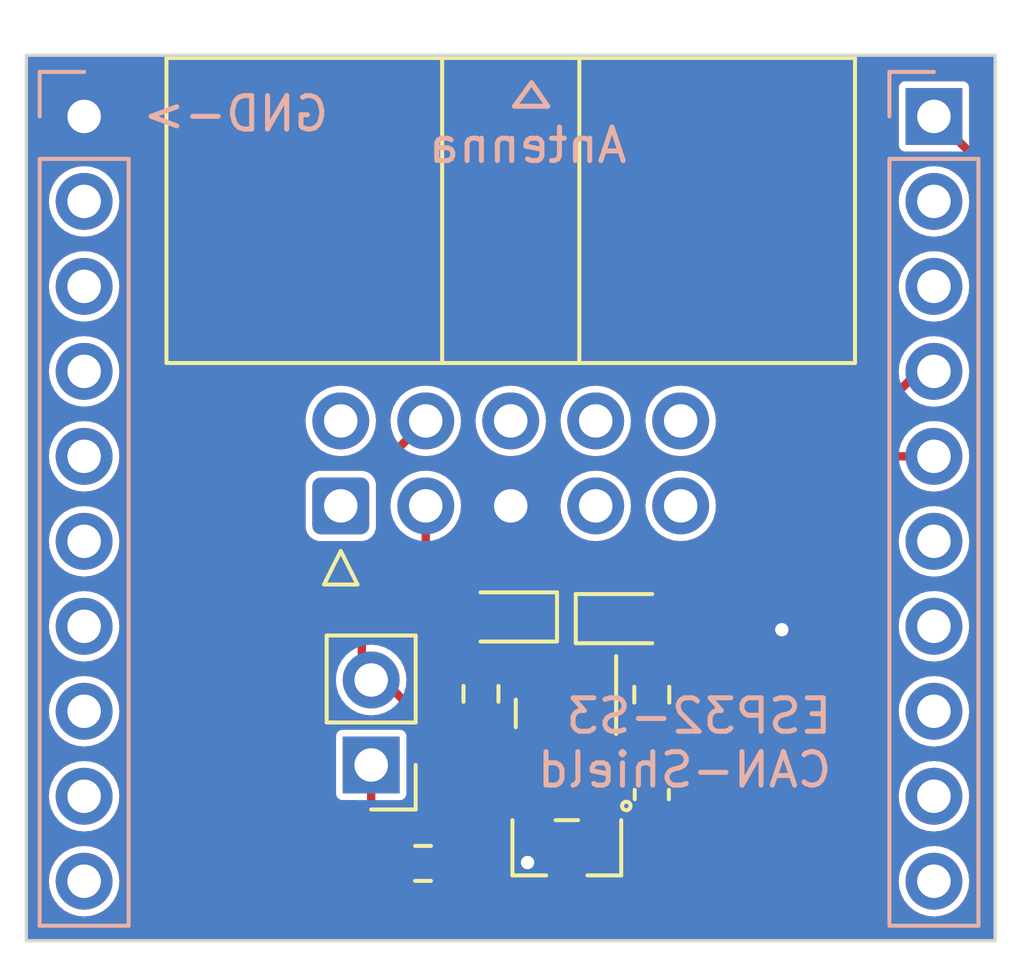
<source format=kicad_pcb>
(kicad_pcb (version 20221018) (generator pcbnew)
  (layers (0 "F.Cu" signal) (31 "B.Cu" signal) (34 "B.Paste" user) (35 "F.Paste" user) (36 "B.SilkS" user "B.Silkscreen") (37 "F.SilkS" user "F.Silkscreen") (38 "B.Mask" user) (39 "F.Mask" user) (44 "Edge.Cuts" user))
  (property "COMMIT_ID" "XXXXXXXX")
  (net 0 "")
  (net 19 "Net-(TXCAN1-A)")
  (net 20 "Net-(RXCAN1-A)")
  (net 21 "GND")
  (net 22 "/CAN_TX")
  (net 23 "/CAN_RX")
  (net 24 "/CAN_L")
  (net 25 "/CAN_H")
  (net 26 "+3.3V")
  (net 34 "Net-(J3-Pin_1)")
  (footprint "LED_SMD:LED_0603_1608Metric" (layer "F.Cu") (at 86.7664 54.5338)
    (fp_text reference "TXCAN1" hide)
    (fp_text value "blue" hide)
    (fp_line (start -1.485 -0.735) (end -1.485 0.735) (stroke (width 0.12)) (layer "F.SilkS"))
    (fp_line (start -1.485 0.735) (end 0.8 0.735) (stroke (width 0.12)) (layer "F.SilkS"))
    (fp_line (start 0.8 -0.735) (end -1.485 -0.735) (stroke (width 0.12)) (layer "F.SilkS"))
    (pad "1" smd roundrect (at -0.7875 0) (size 0.875 0.95) (layers "F.Cu" "F.Paste" "F.Mask") (net 22 "/CAN_TX"))
    (pad "2" smd roundrect (at 0.7875 0) (size 0.875 0.95) (layers "F.Cu" "F.Paste" "F.Mask") (net 19 "Net-(TXCAN1-A)"))
  )
  (footprint "IC:TCAN332GDCNT" (layer "F.Cu") (at 84.9884 57.404 -90)
    (fp_text reference "U1")
    (fp_text value "TCAN332GDCNT" hide)
    (fp_line (start -1.749999 -1.5) (end 0.575 -1.5) (stroke (width 0.12)) (layer "F.SilkS"))
    (fp_line (start -0.449999 1.5) (end 0.375001 1.5) (stroke (width 0.12)) (layer "F.SilkS"))
    (pad "1" smd rect (at -1.375001 -0.974999) (size 0.449999 1.000001) (layers "F.Cu" "F.Paste" "F.Mask") (net 22 "/CAN_TX"))
    (pad "2" smd rect (at -1.375001 -0.324998) (size 0.449999 1.000001) (layers "F.Cu" "F.Paste" "F.Mask") (net 21 "GND"))
    (pad "3" smd rect (at -1.375001 0.325001) (size 0.449999 1.000001) (layers "F.Cu" "F.Paste" "F.Mask") (net 26 "+3.3V"))
    (pad "4" smd rect (at -1.375001 0.975002) (size 0.449999 1.000001) (layers "F.Cu" "F.Paste" "F.Mask") (net 23 "/CAN_RX"))
    (pad "5" smd rect (at 1.374999 0.975002) (size 0.449999 1.000001) (layers "F.Cu" "F.Paste" "F.Mask"))
    (pad "6" smd rect (at 1.374999 0.325001) (size 0.449999 1.000001) (layers "F.Cu" "F.Paste" "F.Mask") (net 24 "/CAN_L"))
    (pad "7" smd rect (at 1.374999 -0.324998) (size 0.449999 1.000001) (layers "F.Cu" "F.Paste" "F.Mask") (net 25 "/CAN_H"))
    (pad "8" smd rect (at 1.374999 -0.974999) (size 0.449999 1.000001) (layers "F.Cu" "F.Paste" "F.Mask"))
  )
  (footprint "Connector_PinHeader_2.54mm:PinHeader_1x02_P2.54mm_Vertical" (layer "F.Cu") (at 79.166598 58.9076 180)
    (fp_text reference "J3" hide)
    (fp_text value "Conn_01x02_Pin" hide)
    (fp_line (start -1.33 -1.33) (end 0 -1.33) (stroke (width 0.12)) (layer "F.SilkS"))
    (fp_line (start -1.33 0) (end -1.33 -1.33) (stroke (width 0.12)) (layer "F.SilkS"))
    (fp_line (start -1.33 1.27) (end -1.33 3.87) (stroke (width 0.12)) (layer "F.SilkS"))
    (fp_line (start -1.33 1.27) (end 1.33 1.27) (stroke (width 0.12)) (layer "F.SilkS"))
    (fp_line (start -1.33 3.87) (end 1.33 3.87) (stroke (width 0.12)) (layer "F.SilkS"))
    (fp_line (start 1.33 1.27) (end 1.33 3.87) (stroke (width 0.12)) (layer "F.SilkS"))
    (pad "1" thru_hole rect (at 0 0 180) (size 1.7 1.7) (drill 1) (layers "*.Cu" "*.Mask") (net 34 "Net-(J3-Pin_1)"))
    (pad "2" thru_hole oval (at 0 2.54 180) (size 1.7 1.7) (drill 1) (layers "*.Cu" "*.Mask") (net 24 "/CAN_L"))
  )
  (footprint "Misc:Fiducial" (layer "F.Cu") (at 92.9386 62.7634)
    (fp_text reference "FID2" hide)
    (fp_text value "Fiducial" hide)
    (pad "" smd circle (at 0 0) (size 0.5 0.5) (layers "F.Cu" "F.Paste" "F.Mask") (clearance 0.5))
  )
  (footprint "Resistor_SMD:R_0603_1608Metric" (layer "F.Cu") (at 87.5538 56.8066 90)
    (fp_text reference "R1" hide)
    (fp_text value "390" hide)
    (fp_line (start -0.237258 -0.5225) (end 0.237258 -0.5225) (stroke (width 0.12)) (layer "F.SilkS"))
    (fp_line (start -0.237258 0.5225) (end 0.237258 0.5225) (stroke (width 0.12)) (layer "F.SilkS"))
    (pad "1" smd roundrect (at -0.825 0 90) (size 0.8 0.95) (layers "F.Cu" "F.Paste" "F.Mask") (net 26 "+3.3V"))
    (pad "2" smd roundrect (at 0.825 0 90) (size 0.8 0.95) (layers "F.Cu" "F.Paste" "F.Mask") (net 19 "Net-(TXCAN1-A)"))
  )
  (footprint "Misc:Fiducial" (layer "F.Cu") (at 73.914 48.4378)
    (fp_text reference "FID1" hide)
    (fp_text value "Fiducial" hide)
    (pad "" smd circle (at 0 0) (size 0.5 0.5) (layers "F.Cu" "F.Paste" "F.Mask") (clearance 0.5))
  )
  (footprint "LED_SMD:LED_0603_1608Metric" (layer "F.Cu") (at 83.2358 54.483 180)
    (fp_text reference "RXCAN1" hide)
    (fp_text value "orange" hide)
    (fp_line (start -1.485 -0.735) (end -1.485 0.735) (stroke (width 0.12)) (layer "F.SilkS"))
    (fp_line (start -1.485 0.735) (end 0.8 0.735) (stroke (width 0.12)) (layer "F.SilkS"))
    (fp_line (start 0.8 -0.735) (end -1.485 -0.735) (stroke (width 0.12)) (layer "F.SilkS"))
    (pad "1" smd roundrect (at -0.7875 0 180) (size 0.875 0.95) (layers "F.Cu" "F.Paste" "F.Mask") (net 23 "/CAN_RX"))
    (pad "2" smd roundrect (at 0.7875 0 180) (size 0.875 0.95) (layers "F.Cu" "F.Paste" "F.Mask") (net 20 "Net-(RXCAN1-A)"))
  )
  (footprint "Misc:Fiducial" (layer "F.Cu") (at 73.914 62.6618)
    (fp_text reference "FID3" hide)
    (fp_text value "Fiducial" hide)
    (pad "" smd circle (at 0 0) (size 0.5 0.5) (layers "F.Cu" "F.Paste" "F.Mask") (clearance 0.5))
  )
  (footprint "Connector_IDC:IDC-Header_2x05_P2.54mm_Horizontal" (layer "F.Cu") (at 78.2574 51.1635 90)
    (fp_text reference "J6" hide)
    (fp_text value "Conn_02x05_Odd_Even" hide)
    (fp_line (start -2.35 -0.5) (end -2.35 0.5) (stroke (width 0.12)) (layer "F.SilkS"))
    (fp_line (start -2.35 0.5) (end -1.35 0) (stroke (width 0.12)) (layer "F.SilkS"))
    (fp_line (start -1.35 0) (end -2.35 -0.5) (stroke (width 0.12)) (layer "F.SilkS"))
    (fp_line (start 4.27 -5.21) (end 13.39 -5.21) (stroke (width 0.12)) (layer "F.SilkS"))
    (fp_line (start 4.27 3.03) (end 13.39 3.03) (stroke (width 0.12)) (layer "F.SilkS"))
    (fp_line (start 4.27 7.13) (end 13.39 7.13) (stroke (width 0.12)) (layer "F.SilkS"))
    (fp_line (start 4.27 15.37) (end 4.27 -5.21) (stroke (width 0.12)) (layer "F.SilkS"))
    (fp_line (start 13.39 -5.21) (end 13.39 15.37) (stroke (width 0.12)) (layer "F.SilkS"))
    (fp_line (start 13.39 15.37) (end 4.27 15.37) (stroke (width 0.12)) (layer "F.SilkS"))
    (pad "1" thru_hole roundrect (at 0 0 90) (size 1.7 1.7) (drill 1) (layers "*.Cu" "*.Mask") (roundrect_rratio 0.1470588235))
    (pad "2" thru_hole circle (at 2.54 0 90) (size 1.7 1.7) (drill 1) (layers "*.Cu" "*.Mask"))
    (pad "3" thru_hole circle (at 0 2.54 90) (size 1.7 1.7) (drill 1) (layers "*.Cu" "*.Mask") (net 24 "/CAN_L"))
    (pad "4" thru_hole circle (at 2.54 2.54 90) (size 1.7 1.7) (drill 1) (layers "*.Cu" "*.Mask") (net 25 "/CAN_H"))
    (pad "5" thru_hole circle (at 0 5.08 90) (size 1.7 1.7) (drill 1) (layers "*.Cu" "*.Mask") (net 21 "GND"))
    (pad "6" thru_hole circle (at 2.54 5.08 90) (size 1.7 1.7) (drill 1) (layers "*.Cu" "*.Mask"))
    (pad "7" thru_hole circle (at 0 7.62 90) (size 1.7 1.7) (drill 1) (layers "*.Cu" "*.Mask"))
    (pad "8" thru_hole circle (at 2.54 7.62 90) (size 1.7 1.7) (drill 1) (layers "*.Cu" "*.Mask"))
    (pad "9" thru_hole circle (at 0 10.16 90) (size 1.7 1.7) (drill 1) (layers "*.Cu" "*.Mask"))
    (pad "10" thru_hole circle (at 2.54 10.16 90) (size 1.7 1.7) (drill 1) (layers "*.Cu" "*.Mask"))
  )
  (footprint "Semiconductor:PESD2CAN" (layer "F.Cu") (at 85.0139 61.382581 180)
    (fp_text reference "U2")
    (fp_text value "PESD2CAN" hide)
    (fp_line (start -1.6256 -0.8255) (end -1.6256 0.8255) (stroke (width 0.12)) (layer "F.SilkS"))
    (fp_line (start -0.61674 -0.8255) (end -1.6256 -0.8255) (stroke (width 0.12)) (layer "F.SilkS"))
    (fp_line (start -0.33576 0.8255) (end 0.33576 0.8255) (stroke (width 0.12)) (layer "F.SilkS"))
    (fp_line (start 1.6256 -0.8255) (end 0.61674 -0.8255) (stroke (width 0.12)) (layer "F.SilkS"))
    (fp_line (start 1.6256 0.8255) (end 1.6256 -0.8255) (stroke (width 0.12)) (layer "F.SilkS"))
    (fp_circle (center -1.778 1.25) (end -1.651 1.25) (stroke (width 0.12)) (fill none) (layer "F.SilkS"))
    (pad "1" smd rect (at -0.9525 0.9452 180) (size 0.568 1.309599) (layers "F.Cu" "F.Paste" "F.Mask") (net 25 "/CAN_H"))
    (pad "2" smd rect (at 0.9525 0.9452 180) (size 0.568 1.309599) (layers "F.Cu" "F.Paste" "F.Mask") (net 24 "/CAN_L"))
    (pad "3" smd rect (at 0 -0.84725 180) (size 0.568 1.309599) (layers "F.Cu" "F.Paste" "F.Mask") (net 21 "GND"))
  )
  (footprint "Capacitor_SMD:C_0603_1608Metric" (layer "F.Cu") (at 87.5538 59.7916 -90)
    (fp_text reference "C1" hide)
    (fp_text value "100nF" hide)
    (fp_line (start -0.14058 -0.51) (end 0.14058 -0.51) (stroke (width 0.12)) (layer "F.SilkS"))
    (fp_line (start -0.14058 0.51) (end 0.14058 0.51) (stroke (width 0.12)) (layer "F.SilkS"))
    (pad "1" smd roundrect (at -0.775 0 270) (size 0.9 0.95) (layers "F.Cu" "F.Paste" "F.Mask") (net 26 "+3.3V"))
    (pad "2" smd roundrect (at 0.775 0 270) (size 0.9 0.95) (layers "F.Cu" "F.Paste" "F.Mask") (net 21 "GND"))
  )
  (footprint "Resistor_SMD:R_0603_1608Metric" (layer "F.Cu") (at 82.4484 56.7812 90)
    (fp_text reference "R2" hide)
    (fp_text value "390" hide)
    (fp_line (start -0.237258 -0.5225) (end 0.237258 -0.5225) (stroke (width 0.12)) (layer "F.SilkS"))
    (fp_line (start -0.237258 0.5225) (end 0.237258 0.5225) (stroke (width 0.12)) (layer "F.SilkS"))
    (pad "1" smd roundrect (at -0.825 0 90) (size 0.8 0.95) (layers "F.Cu" "F.Paste" "F.Mask") (net 26 "+3.3V"))
    (pad "2" smd roundrect (at 0.825 0 90) (size 0.8 0.95) (layers "F.Cu" "F.Paste" "F.Mask") (net 20 "Net-(RXCAN1-A)"))
  )
  (footprint "Resistor_SMD:R_0603_1608Metric" (layer "F.Cu") (at 80.715998 61.849 180)
    (fp_text reference "R3" hide)
    (fp_text value "120" hide)
    (fp_line (start -0.237258 -0.5225) (end 0.237258 -0.5225) (stroke (width 0.12)) (layer "F.SilkS"))
    (fp_line (start -0.237258 0.5225) (end 0.237258 0.5225) (stroke (width 0.12)) (layer "F.SilkS"))
    (pad "1" smd roundrect (at -0.825 0 180) (size 0.8 0.95) (layers "F.Cu" "F.Paste" "F.Mask") (net 25 "/CAN_H"))
    (pad "2" smd roundrect (at 0.825 0 180) (size 0.8 0.95) (layers "F.Cu" "F.Paste" "F.Mask") (net 34 "Net-(J3-Pin_1)"))
  )
  (footprint "Connector_PinSocket_2.54mm:PinSocket_1x10_P2.54mm_Vertical" (layer "B.Cu") (at 95.9866 39.5224 180)
    (fp_text reference "J2" hide)
    (fp_text value "Conn_01x10_Socket" hide)
    (fp_line (start -1.33 -24.19) (end 1.33 -24.19) (stroke (width 0.12)) (layer "B.SilkS"))
    (fp_line (start -1.33 -1.27) (end -1.33 -24.19) (stroke (width 0.12)) (layer "B.SilkS"))
    (fp_line (start -1.33 -1.27) (end 1.33 -1.27) (stroke (width 0.12)) (layer "B.SilkS"))
    (fp_line (start 0 1.33) (end 1.33 1.33) (stroke (width 0.12)) (layer "B.SilkS"))
    (fp_line (start 1.33 -1.27) (end 1.33 -24.19) (stroke (width 0.12)) (layer "B.SilkS"))
    (fp_line (start 1.33 1.33) (end 1.33 0) (stroke (width 0.12)) (layer "B.SilkS"))
    (pad "1" thru_hole rect (at 0 0 180) (size 1.7 1.7) (drill 1) (layers "*.Cu" "*.Mask") (net 26 "+3.3V"))
    (pad "2" thru_hole oval (at 0 -2.54 180) (size 1.7 1.7) (drill 1) (layers "*.Cu" "*.Mask"))
    (pad "3" thru_hole oval (at 0 -5.08 180) (size 1.7 1.7) (drill 1) (layers "*.Cu" "*.Mask"))
    (pad "4" thru_hole oval (at 0 -7.62 180) (size 1.7 1.7) (drill 1) (layers "*.Cu" "*.Mask") (net 23 "/CAN_RX"))
    (pad "5" thru_hole oval (at 0 -10.16 180) (size 1.7 1.7) (drill 1) (layers "*.Cu" "*.Mask") (net 22 "/CAN_TX"))
    (pad "6" thru_hole oval (at 0 -12.7 180) (size 1.7 1.7) (drill 1) (layers "*.Cu" "*.Mask"))
    (pad "7" thru_hole oval (at 0 -15.24 180) (size 1.7 1.7) (drill 1) (layers "*.Cu" "*.Mask"))
    (pad "8" thru_hole oval (at 0 -17.78 180) (size 1.7 1.7) (drill 1) (layers "*.Cu" "*.Mask"))
    (pad "9" thru_hole oval (at 0 -20.32 180) (size 1.7 1.7) (drill 1) (layers "*.Cu" "*.Mask"))
    (pad "10" thru_hole oval (at 0 -22.86 180) (size 1.7 1.7) (drill 1) (layers "*.Cu" "*.Mask"))
  )
  (footprint "Connector_PinSocket_2.54mm:PinSocket_1x10_P2.54mm_Vertical" (layer "B.Cu") (at 70.5866 39.5224 180)
    (fp_text reference "J1" hide)
    (fp_text value "Conn_01x10_Socket" hide)
    (fp_line (start -1.33 -24.19) (end 1.33 -24.19) (stroke (width 0.12)) (layer "B.SilkS"))
    (fp_line (start -1.33 -1.27) (end -1.33 -24.19) (stroke (width 0.12)) (layer "B.SilkS"))
    (fp_line (start -1.33 -1.27) (end 1.33 -1.27) (stroke (width 0.12)) (layer "B.SilkS"))
    (fp_line (start 0 1.33) (end 1.33 1.33) (stroke (width 0.12)) (layer "B.SilkS"))
    (fp_line (start 1.33 -1.27) (end 1.33 -24.19) (stroke (width 0.12)) (layer "B.SilkS"))
    (fp_line (start 1.33 1.33) (end 1.33 0) (stroke (width 0.12)) (layer "B.SilkS"))
    (pad "1" thru_hole rect (at 0 0 180) (size 1.7 1.7) (drill 1) (layers "*.Cu" "*.Mask") (net 21 "GND"))
    (pad "2" thru_hole oval (at 0 -2.54 180) (size 1.7 1.7) (drill 1) (layers "*.Cu" "*.Mask"))
    (pad "3" thru_hole oval (at 0 -5.08 180) (size 1.7 1.7) (drill 1) (layers "*.Cu" "*.Mask"))
    (pad "4" thru_hole oval (at 0 -7.62 180) (size 1.7 1.7) (drill 1) (layers "*.Cu" "*.Mask"))
    (pad "5" thru_hole oval (at 0 -10.16 180) (size 1.7 1.7) (drill 1) (layers "*.Cu" "*.Mask"))
    (pad "6" thru_hole oval (at 0 -12.7 180) (size 1.7 1.7) (drill 1) (layers "*.Cu" "*.Mask"))
    (pad "7" thru_hole oval (at 0 -15.24 180) (size 1.7 1.7) (drill 1) (layers "*.Cu" "*.Mask"))
    (pad "8" thru_hole oval (at 0 -17.78 180) (size 1.7 1.7) (drill 1) (layers "*.Cu" "*.Mask"))
    (pad "9" thru_hole oval (at 0 -20.32 180) (size 1.7 1.7) (drill 1) (layers "*.Cu" "*.Mask"))
    (pad "10" thru_hole oval (at 0 -22.86 180) (size 1.7 1.7) (drill 1) (layers "*.Cu" "*.Mask"))
  )
  (gr_line (start 83.9597 38.5191) (end 84.4423 39.2176) (stroke (width 0.15)) (layer "B.SilkS"))
  (gr_line (start 83.9597 38.5191) (end 83.4517 39.2176) (stroke (width 0.15)) (layer "B.SilkS"))
  (gr_line (start 83.4517 39.2176) (end 84.4423 39.2176) (stroke (width 0.15)) (layer "B.SilkS"))
  (gr_rect (start 68.8594 37.6936) (end 97.8154 64.1604) (stroke (width 0.1)) (fill none) (layer "Edge.Cuts"))
  (gr_text "GND->" (at 77.978 40.0304) (layer "B.SilkS") (effects (font (size 1 1)) (justify left bottom mirror)))
  (gr_text "Antenna" (at 86.8934 40.9702) (layer "B.SilkS") (effects (font (size 1 1)) (justify left bottom mirror)))
  (gr_text "ESP32-S3\nCAN-Shield" (at 93.0148 59.6392) (layer "B.SilkS") (effects (font (size 1 1)) (justify left bottom mirror)))
  (segment (start 87.5539 55.9815) (end 87.5538 55.9816) (width 0.25) (layer "F.Cu") (net 19))
  (segment (start 87.5539 54.5338) (end 87.5539 55.9815) (width 0.25) (layer "F.Cu") (net 19))
  (segment (start 82.4484 54.4831) (end 82.4483 54.483) (width 0.25) (layer "F.Cu") (net 20))
  (segment (start 82.4484 55.9562) (end 82.4484 54.4831) (width 0.25) (layer "F.Cu") (net 20))
  (via (at 83.840198 61.8236) (size 0.8) (drill 0.4) (layers "F.Cu" "B.Cu") (net 21))
  (via (at 91.44 54.864) (size 0.8) (drill 0.4) (layers "F.Cu" "B.Cu") (net 21))
  (segment (start 87.1767 53.336) (end 89.868958 53.336) (width 0.25) (layer "F.Cu") (net 22))
  (segment (start 85.9789 54.5338) (end 85.9789 56.013498) (width 0.25) (layer "F.Cu") (net 22))
  (segment (start 89.868958 53.336) (end 93.522558 49.6824) (width 0.25) (layer "F.Cu") (net 22))
  (segment (start 93.522558 49.6824) (end 95.9866 49.6824) (width 0.25) (layer "F.Cu") (net 22))
  (segment (start 85.9789 56.013498) (end 85.963399 56.028999) (width 0.25) (layer "F.Cu") (net 22))
  (segment (start 85.9789 54.5338) (end 87.1767 53.336) (width 0.25) (layer "F.Cu") (net 22))
  (segment (start 89.7128 52.959) (end 85.547299 52.959) (width 0.25) (layer "F.Cu") (net 23))
  (segment (start 85.547299 52.959) (end 84.0233 54.483) (width 0.25) (layer "F.Cu") (net 23))
  (segment (start 95.9866 47.1424) (end 95.5294 47.1424) (width 0.25) (layer "F.Cu") (net 23))
  (segment (start 84.0233 56.019097) (end 84.013398 56.028999) (width 0.25) (layer "F.Cu") (net 23))
  (segment (start 84.0233 54.483) (end 84.0233 56.019097) (width 0.25) (layer "F.Cu") (net 23))
  (segment (start 95.5294 47.1424) (end 89.7128 52.959) (width 0.25) (layer "F.Cu") (net 23))
  (segment (start 80.7974 53.232956) (end 80.7974 51.1635) (width 0.25) (layer "F.Cu") (net 24))
  (segment (start 78.887198 55.143158) (end 80.7974 53.232956) (width 0.25) (layer "F.Cu") (net 24))
  (segment (start 84.663399 59.835382) (end 84.0614 60.437381) (width 0.25) (layer "F.Cu") (net 24))
  (segment (start 78.887198 56.0882) (end 78.887198 55.143158) (width 0.25) (layer "F.Cu") (net 24))
  (segment (start 79.526956 56.3676) (end 79.166598 56.3676) (width 0.25) (layer "F.Cu") (net 24))
  (segment (start 79.166598 56.3676) (end 78.887198 56.0882) (width 0.25) (layer "F.Cu") (net 24))
  (segment (start 84.0614 60.437381) (end 81.361779 60.437381) (width 0.25) (layer "F.Cu") (net 24))
  (segment (start 80.995398 57.836042) (end 79.526956 56.3676) (width 0.25) (layer "F.Cu") (net 24))
  (segment (start 80.995398 60.071) (end 80.995398 57.836042) (width 0.25) (layer "F.Cu") (net 24))
  (segment (start 81.361779 60.437381) (end 80.995398 60.071) (width 0.25) (layer "F.Cu") (net 24))
  (segment (start 84.663399 58.778999) (end 84.663399 59.835382) (width 0.25) (layer "F.Cu") (net 24))
  (segment (start 77.845798 57.0992) (end 77.845798 55.6514) (width 0.25) (layer "F.Cu") (net 25))
  (segment (start 79.490198 49.930702) (end 80.7974 48.6235) (width 0.25) (layer "F.Cu") (net 25))
  (segment (start 83.738598 63.3476) (end 82.239998 61.849) (width 0.25) (layer "F.Cu") (net 25))
  (segment (start 81.540998 61.849) (end 80.618398 60.9264) (width 0.25) (layer "F.Cu") (net 25))
  (segment (start 80.284198 57.658) (end 78.404598 57.658) (width 0.25) (layer "F.Cu") (net 25))
  (segment (start 85.9664 62.86613) (end 85.48493 63.3476) (width 0.25) (layer "F.Cu") (net 25))
  (segment (start 79.490198 54.007) (end 79.490198 49.930702) (width 0.25) (layer "F.Cu") (net 25))
  (segment (start 78.404598 57.658) (end 77.845798 57.0992) (width 0.25) (layer "F.Cu") (net 25))
  (segment (start 80.618398 57.9922) (end 80.284198 57.658) (width 0.25) (layer "F.Cu") (net 25))
  (segment (start 85.48493 63.3476) (end 83.738598 63.3476) (width 0.25) (layer "F.Cu") (net 25))
  (segment (start 85.313398 59.784379) (end 85.9664 60.437381) (width 0.25) (layer "F.Cu") (net 25))
  (segment (start 77.845798 55.6514) (end 79.490198 54.007) (width 0.25) (layer "F.Cu") (net 25))
  (segment (start 85.313398 58.778999) (end 85.313398 59.784379) (width 0.25) (layer "F.Cu") (net 25))
  (segment (start 85.9664 60.437381) (end 85.9664 62.86613) (width 0.25) (layer "F.Cu") (net 25))
  (segment (start 82.239998 61.849) (end 81.540998 61.849) (width 0.25) (layer "F.Cu") (net 25))
  (segment (start 80.618398 60.9264) (end 80.618398 57.9922) (width 0.25) (layer "F.Cu") (net 25))
  (segment (start 97.282 40.8178) (end 95.9866 39.5224) (width 0.25) (layer "F.Cu") (net 26))
  (segment (start 87.9094 57.276) (end 87.5538 57.6316) (width 0.25) (layer "F.Cu") (net 26))
  (segment (start 91.2632 57.276) (end 87.9094 57.276) (width 0.25) (layer "F.Cu") (net 26))
  (segment (start 95.0468 53.4924) (end 96.6216 53.4924) (width 0.25) (layer "F.Cu") (net 26))
  (segment (start 97.282 52.832) (end 97.282 40.8178) (width 0.25) (layer "F.Cu") (net 26))
  (segment (start 84.663399 56.778999) (end 83.836198 57.6062) (width 0.25) (layer "F.Cu") (net 26))
  (segment (start 96.6216 53.4924) (end 97.282 52.832) (width 0.25) (layer "F.Cu") (net 26))
  (segment (start 84.663399 56.028999) (end 84.663399 56.778999) (width 0.25) (layer "F.Cu") (net 26))
  (segment (start 87.5284 57.6062) (end 87.5538 57.6316) (width 0.25) (layer "F.Cu") (net 26))
  (segment (start 91.2632 57.276) (end 95.0468 53.4924) (width 0.25) (layer "F.Cu") (net 26))
  (segment (start 87.5538 59.0166) (end 87.5538 57.6316) (width 0.25) (layer "F.Cu") (net 26))
  (segment (start 82.4484 57.6062) (end 87.5284 57.6062) (width 0.25) (layer "F.Cu") (net 26))
  (segment (start 83.836198 57.6062) (end 83.3802 57.6062) (width 0.25) (layer "F.Cu") (net 26))
  (segment (start 79.166598 58.9076) (end 79.166598 61.1246) (width 0.25) (layer "F.Cu") (net 34))
  (segment (start 79.166598 61.1246) (end 79.890998 61.849) (width 0.25) (layer "F.Cu") (net 34))
  (zone (net 21) (net_name "GND") (layers "F&B.Cu") (connect_pads yes (clearance 0.1)) (min_thickness 0.25) (fill yes (thermal_gap 0.5) (thermal_bridge_width 0.5))
    (polygon (pts (xy 68.072 36.1188) (xy 98.425 36.0426) (xy 98.679 64.5414) (xy 68.1736 64.6176)))
  )
)
</source>
